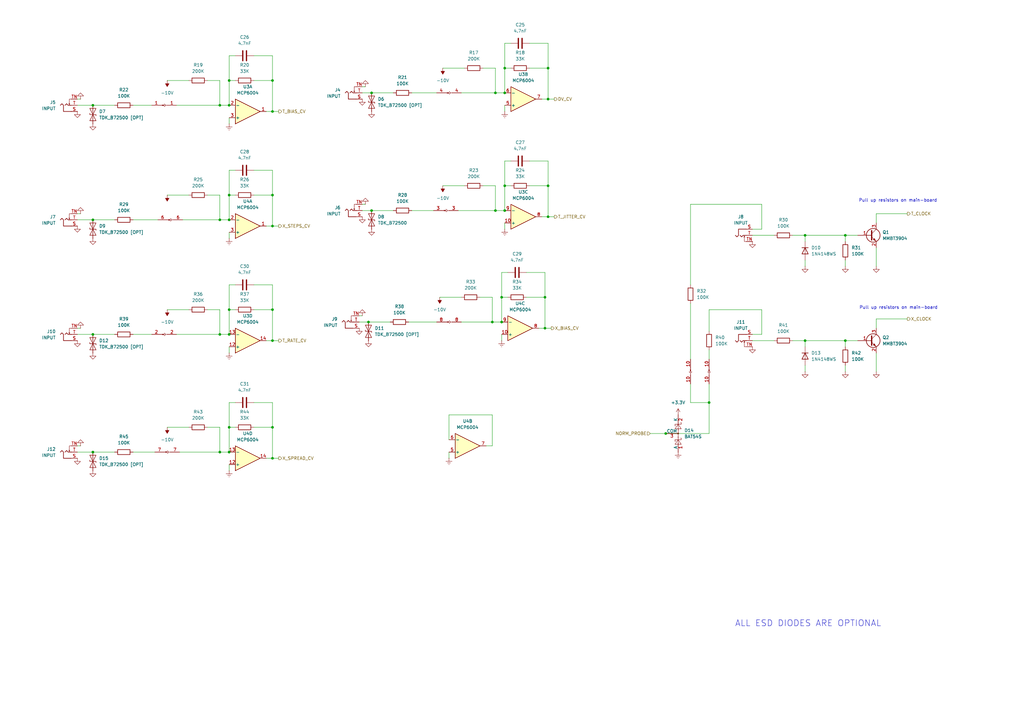
<source format=kicad_sch>
(kicad_sch (version 20250114) (generator "eeschema") (generator_version "9.0")
  (paper "A3")
  (text "ALL ESD DIODES ARE OPTIONAL" (at 331.47 255.778 0) (effects (font (size 2.54 2.54))))
  (text "Pull up resistors on main-board" (at 368.3 82.296 0) (effects (font (size 1.27 1.27))))
  (text "Pull up resistors on main-board" (at 368.554 126.238 0) (effects (font (size 1.27 1.27))))
  (junction (at 111.76 175.26))
  (junction (at 93.98 137.16))
  (junction (at 346.71 96.52))
  (junction (at 151.13 132.08))
  (junction (at 273.05 177.8))
  (junction (at 93.98 33.02))
  (junction (at 90.17 137.16))
  (junction (at 224.79 27.94))
  (junction (at 93.98 127))
  (junction (at 203.2 38.1))
  (junction (at 38.1 185.42))
  (junction (at 93.98 90.17))
  (junction (at 90.17 185.42))
  (junction (at 224.79 40.64))
  (junction (at 93.98 175.26))
  (junction (at 111.76 92.71))
  (junction (at 93.98 43.18))
  (junction (at 330.2 139.7))
  (junction (at 224.79 76.2))
  (junction (at 93.98 80.01))
  (junction (at 207.01 38.1))
  (junction (at 330.2 96.52))
  (junction (at 201.93 132.08))
  (junction (at 205.74 132.08))
  (junction (at 111.76 127))
  (junction (at 207.01 76.2))
  (junction (at 205.74 121.92))
  (junction (at 111.76 139.7))
  (junction (at 111.76 80.01))
  (junction (at 93.98 185.42))
  (junction (at 38.1 43.18))
  (junction (at 152.4 38.1))
  (junction (at 38.1 137.16))
  (junction (at 224.79 88.9))
  (junction (at 152.4 86.36))
  (junction (at 223.52 134.62))
  (junction (at 38.1 90.17))
  (junction (at 111.76 187.96))
  (junction (at 90.17 90.17))
  (junction (at 207.01 86.36))
  (junction (at 111.76 45.72))
  (junction (at 90.17 43.18))
  (junction (at 223.52 121.92))
  (junction (at 203.2 86.36))
  (junction (at 111.76 33.02))
  (junction (at 207.01 27.94))
  (junction (at 346.71 139.7))
  (junction (at 290.83 165.1))
  (wire (pts (xy 111.76 187.96) (xy 109.22 187.96)))
  (wire (pts (xy 31.75 185.42) (xy 38.1 185.42)))
  (wire (pts (xy 90.17 175.26) (xy 90.17 185.42)))
  (wire (pts (xy 93.98 33.02) (xy 93.98 43.18)))
  (wire (pts (xy 290.83 135.89) (xy 290.83 127)))
  (wire (pts (xy 181.61 27.94) (xy 190.5 27.94)))
  (wire (pts (xy 33.02 87.63) (xy 31.75 87.63)))
  (wire (pts (xy 283.21 124.46) (xy 283.21 147.32)))
  (wire (pts (xy 161.29 86.36) (xy 152.4 86.36)))
  (wire (pts (xy 104.14 22.86) (xy 111.76 22.86)))
  (wire (pts (xy 184.15 170.18) (xy 201.93 170.18)))
  (wire (pts (xy 207.01 17.78) (xy 207.01 27.94)))
  (wire (pts (xy 209.55 27.94) (xy 207.01 27.94)))
  (wire (pts (xy 96.52 22.86) (xy 93.98 22.86)))
  (wire (pts (xy 359.41 101.6) (xy 359.41 109.22)))
  (wire (pts (xy 111.76 127) (xy 111.76 139.7)))
  (wire (pts (xy 359.41 130.81) (xy 359.41 134.62)))
  (wire (pts (xy 359.41 87.63) (xy 359.41 91.44)))
  (wire (pts (xy 85.09 80.01) (xy 90.17 80.01)))
  (wire (pts (xy 161.29 38.1) (xy 152.4 38.1)))
  (wire (pts (xy 90.17 127) (xy 90.17 137.16)))
  (wire (pts (xy 147.32 132.08) (xy 151.13 132.08)))
  (wire (pts (xy 209.55 66.04) (xy 207.01 66.04)))
  (wire (pts (xy 68.58 127) (xy 77.47 127)))
  (wire (pts (xy 93.98 142.24) (xy 93.98 144.78)))
  (wire (pts (xy 96.52 69.85) (xy 93.98 69.85)))
  (wire (pts (xy 111.76 45.72) (xy 109.22 45.72)))
  (wire (pts (xy 181.61 76.2) (xy 190.5 76.2)))
  (wire (pts (xy 111.76 33.02) (xy 111.76 45.72)))
  (wire (pts (xy 93.98 97.79) (xy 93.98 95.25)))
  (wire (pts (xy 217.17 66.04) (xy 224.79 66.04)))
  (wire (pts (xy 179.07 38.1) (xy 168.91 38.1)))
  (wire (pts (xy 62.23 137.16) (xy 54.61 137.16)))
  (wire (pts (xy 203.2 27.94) (xy 203.2 38.1)))
  (wire (pts (xy 346.71 96.52) (xy 346.71 99.06)))
  (wire (pts (xy 201.93 170.18) (xy 201.93 182.88)))
  (wire (pts (xy 93.98 193.04) (xy 93.98 190.5)))
  (wire (pts (xy 96.52 165.1) (xy 93.98 165.1)))
  (wire (pts (xy 346.71 139.7) (xy 346.71 142.24)))
  (wire (pts (xy 312.42 93.98) (xy 308.61 93.98)))
  (wire (pts (xy 207.01 38.1) (xy 203.2 38.1)))
  (wire (pts (xy 209.55 76.2) (xy 207.01 76.2)))
  (wire (pts (xy 372.11 130.81) (xy 359.41 130.81)))
  (wire (pts (xy 160.02 132.08) (xy 151.13 132.08)))
  (wire (pts (xy 224.79 17.78) (xy 224.79 27.94)))
  (wire (pts (xy 207.01 86.36) (xy 203.2 86.36)))
  (wire (pts (xy 205.74 111.76) (xy 205.74 121.92)))
  (wire (pts (xy 46.99 90.17) (xy 38.1 90.17)))
  (wire (pts (xy 149.86 83.82) (xy 148.59 83.82)))
  (wire (pts (xy 224.79 40.64) (xy 222.25 40.64)))
  (wire (pts (xy 290.83 177.8) (xy 273.05 177.8)))
  (wire (pts (xy 312.42 83.82) (xy 312.42 93.98)))
  (wire (pts (xy 359.41 144.78) (xy 359.41 152.4)))
  (wire (pts (xy 184.15 187.96) (xy 184.15 185.42)))
  (wire (pts (xy 198.12 27.94) (xy 203.2 27.94)))
  (wire (pts (xy 207.01 27.94) (xy 207.01 38.1)))
  (wire (pts (xy 217.17 27.94) (xy 224.79 27.94)))
  (wire (pts (xy 93.98 90.17) (xy 90.17 90.17)))
  (wire (pts (xy 93.98 175.26) (xy 93.98 185.42)))
  (wire (pts (xy 346.71 96.52) (xy 330.2 96.52)))
  (wire (pts (xy 93.98 116.84) (xy 93.98 127)))
  (wire (pts (xy 64.77 90.17) (xy 54.61 90.17)))
  (wire (pts (xy 317.5 96.52) (xy 308.61 96.52)))
  (wire (pts (xy 149.86 35.56) (xy 148.59 35.56)))
  (wire (pts (xy 85.09 33.02) (xy 90.17 33.02)))
  (wire (pts (xy 224.79 27.94) (xy 224.79 40.64)))
  (wire (pts (xy 223.52 134.62) (xy 220.98 134.62)))
  (wire (pts (xy 330.2 139.7) (xy 325.12 139.7)))
  (wire (pts (xy 330.2 139.7) (xy 330.2 142.24)))
  (wire (pts (xy 148.59 129.54) (xy 147.32 129.54)))
  (wire (pts (xy 207.01 66.04) (xy 207.01 76.2)))
  (wire (pts (xy 180.34 121.92) (xy 189.23 121.92)))
  (wire (pts (xy 283.21 165.1) (xy 290.83 165.1)))
  (wire (pts (xy 330.2 96.52) (xy 325.12 96.52)))
  (wire (pts (xy 93.98 137.16) (xy 90.17 137.16)))
  (wire (pts (xy 346.71 152.4) (xy 346.71 149.86)))
  (wire (pts (xy 177.8 86.36) (xy 168.91 86.36)))
  (wire (pts (xy 46.99 137.16) (xy 38.1 137.16)))
  (wire (pts (xy 104.14 165.1) (xy 111.76 165.1)))
  (wire (pts (xy 290.83 165.1) (xy 290.83 177.8)))
  (wire (pts (xy 330.2 109.22) (xy 330.2 106.68)))
  (wire (pts (xy 196.85 121.92) (xy 201.93 121.92)))
  (wire (pts (xy 111.76 92.71) (xy 109.22 92.71)))
  (wire (pts (xy 201.93 132.08) (xy 189.23 132.08)))
  (wire (pts (xy 201.93 182.88) (xy 199.39 182.88)))
  (wire (pts (xy 283.21 157.48) (xy 283.21 165.1)))
  (wire (pts (xy 104.14 69.85) (xy 111.76 69.85)))
  (wire (pts (xy 223.52 121.92) (xy 223.52 134.62)))
  (wire (pts (xy 290.83 127) (xy 312.42 127)))
  (wire (pts (xy 283.21 83.82) (xy 312.42 83.82)))
  (wire (pts (xy 93.98 22.86) (xy 93.98 33.02)))
  (wire (pts (xy 104.14 116.84) (xy 111.76 116.84)))
  (wire (pts (xy 68.58 175.26) (xy 77.47 175.26)))
  (wire (pts (xy 205.74 121.92) (xy 205.74 132.08)))
  (wire (pts (xy 90.17 137.16) (xy 72.39 137.16)))
  (wire (pts (xy 266.7 177.8) (xy 273.05 177.8)))
  (wire (pts (xy 283.21 116.84) (xy 283.21 83.82)))
  (wire (pts (xy 372.11 87.63) (xy 359.41 87.63)))
  (wire (pts (xy 205.74 139.7) (xy 205.74 137.16)))
  (wire (pts (xy 104.14 127) (xy 111.76 127)))
  (wire (pts (xy 33.02 182.88) (xy 31.75 182.88)))
  (wire (pts (xy 93.98 127) (xy 93.98 137.16)))
  (wire (pts (xy 111.76 22.86) (xy 111.76 33.02)))
  (wire (pts (xy 217.17 76.2) (xy 224.79 76.2)))
  (wire (pts (xy 111.76 187.96) (xy 114.3 187.96)))
  (wire (pts (xy 111.76 69.85) (xy 111.76 80.01)))
  (wire (pts (xy 93.98 43.18) (xy 90.17 43.18)))
  (wire (pts (xy 317.5 139.7) (xy 308.61 139.7)))
  (wire (pts (xy 54.61 43.18) (xy 62.23 43.18)))
  (wire (pts (xy 93.98 80.01) (xy 93.98 90.17)))
  (wire (pts (xy 184.15 170.18) (xy 184.15 180.34)))
  (wire (pts (xy 111.76 80.01) (xy 111.76 92.71)))
  (wire (pts (xy 93.98 165.1) (xy 93.98 175.26)))
  (wire (pts (xy 33.02 134.62) (xy 31.75 134.62)))
  (wire (pts (xy 208.28 121.92) (xy 205.74 121.92)))
  (wire (pts (xy 85.09 175.26) (xy 90.17 175.26)))
  (wire (pts (xy 96.52 175.26) (xy 93.98 175.26)))
  (wire (pts (xy 351.79 139.7) (xy 346.71 139.7)))
  (wire (pts (xy 111.76 139.7) (xy 109.22 139.7)))
  (wire (pts (xy 203.2 76.2) (xy 203.2 86.36)))
  (wire (pts (xy 312.42 137.16) (xy 308.61 137.16)))
  (wire (pts (xy 208.28 111.76) (xy 205.74 111.76)))
  (wire (pts (xy 104.14 33.02) (xy 111.76 33.02)))
  (wire (pts (xy 330.2 152.4) (xy 330.2 149.86)))
  (wire (pts (xy 54.61 185.42) (xy 63.5 185.42)))
  (wire (pts (xy 198.12 76.2) (xy 203.2 76.2)))
  (wire (pts (xy 179.07 132.08) (xy 167.64 132.08)))
  (wire (pts (xy 351.79 96.52) (xy 346.71 96.52)))
  (wire (pts (xy 224.79 88.9) (xy 227.33 88.9)))
  (wire (pts (xy 111.76 165.1) (xy 111.76 175.26)))
  (wire (pts (xy 224.79 76.2) (xy 224.79 88.9)))
  (wire (pts (xy 90.17 80.01) (xy 90.17 90.17)))
  (wire (pts (xy 31.75 43.18) (xy 38.1 43.18)))
  (wire (pts (xy 90.17 90.17) (xy 74.93 90.17)))
  (wire (pts (xy 203.2 38.1) (xy 189.23 38.1)))
  (wire (pts (xy 73.66 185.42) (xy 90.17 185.42)))
  (wire (pts (xy 205.74 132.08) (xy 201.93 132.08)))
  (wire (pts (xy 93.98 69.85) (xy 93.98 80.01)))
  (wire (pts (xy 346.71 109.22) (xy 346.71 106.68)))
  (wire (pts (xy 31.75 137.16) (xy 38.1 137.16)))
  (wire (pts (xy 104.14 175.26) (xy 111.76 175.26)))
  (wire (pts (xy 96.52 80.01) (xy 93.98 80.01)))
  (wire (pts (xy 72.39 43.18) (xy 90.17 43.18)))
  (wire (pts (xy 346.71 139.7) (xy 330.2 139.7)))
  (wire (pts (xy 93.98 185.42) (xy 90.17 185.42)))
  (wire (pts (xy 93.98 50.8) (xy 93.98 48.26)))
  (wire (pts (xy 96.52 127) (xy 93.98 127)))
  (wire (pts (xy 290.83 143.51) (xy 290.83 147.32)))
  (wire (pts (xy 207.01 76.2) (xy 207.01 86.36)))
  (wire (pts (xy 96.52 33.02) (xy 93.98 33.02)))
  (wire (pts (xy 111.76 92.71) (xy 114.3 92.71)))
  (wire (pts (xy 148.59 86.36) (xy 152.4 86.36)))
  (wire (pts (xy 217.17 17.78) (xy 224.79 17.78)))
  (wire (pts (xy 68.58 33.02) (xy 77.47 33.02)))
  (wire (pts (xy 111.76 45.72) (xy 114.3 45.72)))
  (wire (pts (xy 223.52 134.62) (xy 226.06 134.62)))
  (wire (pts (xy 85.09 127) (xy 90.17 127)))
  (wire (pts (xy 96.52 116.84) (xy 93.98 116.84)))
  (wire (pts (xy 215.9 111.76) (xy 223.52 111.76)))
  (wire (pts (xy 215.9 121.92) (xy 223.52 121.92)))
  (wire (pts (xy 46.99 43.18) (xy 38.1 43.18)))
  (wire (pts (xy 209.55 17.78) (xy 207.01 17.78)))
  (wire (pts (xy 290.83 157.48) (xy 290.83 165.1)))
  (wire (pts (xy 207.01 45.72) (xy 207.01 43.18)))
  (wire (pts (xy 201.93 121.92) (xy 201.93 132.08)))
  (wire (pts (xy 224.79 66.04) (xy 224.79 76.2)))
  (wire (pts (xy 223.52 111.76) (xy 223.52 121.92)))
  (wire (pts (xy 224.79 40.64) (xy 227.33 40.64)))
  (wire (pts (xy 104.14 80.01) (xy 111.76 80.01)))
  (wire (pts (xy 224.79 88.9) (xy 222.25 88.9)))
  (wire (pts (xy 203.2 86.36) (xy 187.96 86.36)))
  (wire (pts (xy 68.58 80.01) (xy 77.47 80.01)))
  (wire (pts (xy 111.76 139.7) (xy 114.3 139.7)))
  (wire (pts (xy 207.01 93.98) (xy 207.01 91.44)))
  (wire (pts (xy 111.76 175.26) (xy 111.76 187.96)))
  (wire (pts (xy 90.17 33.02) (xy 90.17 43.18)))
  (wire (pts (xy 148.59 38.1) (xy 152.4 38.1)))
  (wire (pts (xy 312.42 127) (xy 312.42 137.16)))
  (wire (pts (xy 33.02 40.64) (xy 31.75 40.64)))
  (wire (pts (xy 31.75 90.17) (xy 38.1 90.17)))
  (wire (pts (xy 111.76 116.84) (xy 111.76 127)))
  (wire (pts (xy 330.2 96.52) (xy 330.2 99.06)))
  (wire (pts (xy 46.99 185.42) (xy 38.1 185.42)))
  (hierarchical_label "X_CLOCK" (shape output) (at 372.11 130.81 0))
  (hierarchical_label "X_STEPS_CV" (shape output) (at 114.3 92.71 0))
  (hierarchical_label "X_BIAS_CV" (shape output) (at 226.06 134.62 0))
  (hierarchical_label "T_BIAS_CV" (shape output) (at 114.3 45.72 0))
  (hierarchical_label "T_CLOCK" (shape output) (at 372.11 87.63 0))
  (hierarchical_label "T_RATE_CV" (shape output) (at 114.3 139.7 0))
  (hierarchical_label "DV_CV" (shape output) (at 227.33 40.64 0))
  (hierarchical_label "X_SPREAD_CV" (shape output) (at 114.3 187.96 0))
  (hierarchical_label "T_JITTER_CV" (shape output) (at 227.33 88.9 0))
  (hierarchical_label "NORM_PROBE" (shape input) (at 266.7 177.8 180))
  (symbol (lib_id "power:GND") (at 33.02 182.88 180) (unit 1)
    (property "Reference" "#PWR0129" (effects (hide yes)))
    (property "Value" "GND" (effects (hide yes)))
    (property "Description" "Power symbol creates a global label with name \"GND\" , ground" (effects (hide yes)))
  )
  (symbol (lib_id "power:GND") (at 330.2 109.22 0) (unit 1)
    (property "Reference" "#PWR0104" (effects (hide yes)))
    (property "Value" "GND" (effects (hide yes)))
    (property "Description" "Power symbol creates a global label with name \"GND\" , ground" (effects (hide yes)))
  )
  (symbol (lib_id "power:-10V") (at 180.34 121.92 180) (unit 1)
    (property "Reference" "#PWR0106" (effects (hide yes)))
    (property "Value" "-10V" (at 180.34 127 0))
    (property "Description" "Power symbol creates a global label with name \"-10V\"" (effects (hide yes)))
  )
  (symbol (lib_id "synth:Conn_01x08_Pin") (at 69.85 90.17 180) (unit 6)
    (property "Reference" "XP6" (effects (hide yes)))
    (property "Value" "Conn_01x08_Pin" (effects (hide yes)))
    (property "Footprint" "Connector_PinHeader_2.54mm:PinHeader_1x08_P2.54mm_Vertical" (effects (hide yes)))
    (property "Description" "Generic connector, single row, 01x08" (effects (hide yes)))
  )
  (symbol (lib_id "power:GNDREF") (at 93.98 97.79 0) (unit 1)
    (property "Reference" "#PWR0190" (effects (hide yes)))
    (property "Value" "GNDREF" (effects (hide yes)))
    (property "Description" "Power symbol creates a global label with name \"GNDREF\" , reference supply ground" (effects (hide yes)))
  )
  (symbol (lib_id "synth:Conn_01x16_Pin") (at 283.21 152.4 90) (unit 10)
    (property "Reference" "XP2" (effects (hide yes)))
    (property "Value" "Conn_01x16_Pin" (effects (hide yes)))
    (property "Footprint" "Connector_PinHeader_2.54mm:PinHeader_1x16_P2.54mm_Vertical" (effects (hide yes)))
    (property "Description" "Generic connector, single row, 01x16" (effects (hide yes)))
  )
  (symbol (lib_id "Diode:ESD9B3.3ST5G") (at 151.13 135.89 270) (unit 1)
    (property "Reference" "D11" (at 153.67 134.6199 90) (effects (justify left)))
    (property "Value" "TDK_B72500 [OPT]" (at 153.67 137.1599 90) (effects (justify left)))
    (property "Footprint" "Diode_SMD:D_0603_1608Metric_Pad1.05x0.95mm_HandSolder" (effects (hide yes)))
    (property "Datasheet" "https://www.onsemi.com/pub/Collateral/ESD9B-D.PDF" (effects (hide yes)))
    (property "Description" "ESD protection diode, 3.3Vrwm, SOD-923" (effects (hide yes)))
  )
  (symbol (lib_id "Device:C") (at 212.09 111.76 270) (unit 1)
    (property "Reference" "C29" (at 212.09 104.14 90))
    (property "Value" "4.7nF" (at 212.09 106.68 90))
    (property "Footprint" "Capacitor_SMD:C_0805_2012Metric_Pad1.18x1.45mm_HandSolder" (effects (hide yes)))
    (property "Description" "Unpolarized capacitor" (effects (hide yes)))
  )
  (symbol (lib_id "Amplifier_Operational:MCP6004") (at 191.77 182.88 0) (mirror x) (unit 2)
    (property "Reference" "U4" (at 191.77 172.72 0))
    (property "Value" "MCP6004" (at 191.77 175.26 0))
    (property "Footprint" "Synth:SOIC-14" (effects (hide yes)))
    (property "Datasheet" "http://ww1.microchip.com/downloads/en/DeviceDoc/21733j.pdf" (effects (hide yes)))
    (property "Description" "1MHz, Low-Power Op Amp, DIP-14/SOIC-14/TSSOP-14" (effects (hide yes)))
  )
  (symbol (lib_id "Diode:ESD9B3.3ST5G") (at 152.4 41.91 270) (unit 1)
    (property "Reference" "D6" (at 154.94 40.6399 90) (effects (justify left)))
    (property "Value" "TDK_B72500 [OPT]" (at 154.94 43.1799 90) (effects (justify left)))
    (property "Footprint" "Diode_SMD:D_0603_1608Metric_Pad1.05x0.95mm_HandSolder" (effects (hide yes)))
    (property "Datasheet" "https://www.onsemi.com/pub/Collateral/ESD9B-D.PDF" (effects (hide yes)))
    (property "Description" "ESD protection diode, 3.3Vrwm, SOD-923" (effects (hide yes)))
  )
  (symbol (lib_id "power:GND") (at 151.13 139.7 0) (unit 1)
    (property "Reference" "#PWR0108" (effects (hide yes)))
    (property "Value" "GND" (effects (hide yes)))
    (property "Description" "Power symbol creates a global label with name \"GND\" , ground" (effects (hide yes)))
  )
  (symbol (lib_id "synth:Conn_01x08_Socket") (at 67.31 43.18 180) (unit 1)
    (property "Reference" "XP5" (effects (hide yes)))
    (property "Value" "Conn_01x08_Socket" (effects (hide yes)))
    (property "Footprint" "Connector_PinSocket_2.54mm:PinSocket_1x08_P2.54mm_Vertical" (effects (hide yes)))
    (property "Description" "Generic connector, single row, 01x08" (effects (hide yes)))
  )
  (symbol (lib_id "Diode:ESD9B3.3ST5G") (at 38.1 140.97 270) (unit 1)
    (property "Reference" "D12" (at 40.64 139.6999 90) (effects (justify left)))
    (property "Value" "TDK_B72500 [OPT]" (at 40.64 142.2399 90) (effects (justify left)))
    (property "Footprint" "Diode_SMD:D_0603_1608Metric_Pad1.05x0.95mm_HandSolder" (effects (hide yes)))
    (property "Datasheet" "https://www.onsemi.com/pub/Collateral/ESD9B-D.PDF" (effects (hide yes)))
    (property "Description" "ESD protection diode, 3.3Vrwm, SOD-923" (effects (hide yes)))
  )
  (symbol (lib_id "power:GND") (at 346.71 109.22 0) (unit 1)
    (property "Reference" "#PWR0103" (effects (hide yes)))
    (property "Value" "GND" (effects (hide yes)))
    (property "Description" "Power symbol creates a global label with name \"GND\" , ground" (effects (hide yes)))
  )
  (symbol (lib_id "Transistor_BJT:MMBT3904") (at 356.87 96.52 0) (unit 1)
    (property "Reference" "Q1" (at 361.95 95.2499 0) (effects (justify left)))
    (property "Value" "MMBT3904" (at 361.95 97.7899 0) (effects (justify left)))
    (property "Footprint" "Package_TO_SOT_SMD:SOT-23_Handsoldering" (effects (hide yes)))
    (property "Datasheet" "https://www.onsemi.com/pdf/datasheet/pzt3904-d.pdf" (effects (hide yes)))
    (property "Description" "0.2A Ic, 40V Vce, Small Signal NPN Transistor, SOT-23" (effects (hide yes)))
  )
  (symbol (lib_id "Device:R") (at 346.71 102.87 180) (unit 1)
    (property "Reference" "R31" (at 349.25 101.5999 0) (effects (justify right)))
    (property "Value" "100K" (at 349.25 104.1399 0) (effects (justify right)))
    (property "Footprint" "Resistor_SMD:R_0805_2012Metric_Pad1.20x1.40mm_HandSolder" (effects (hide yes)))
    (property "Description" "Resistor" (effects (hide yes)))
  )
  (symbol (lib_id "power:-10V") (at 68.58 175.26 180) (unit 1)
    (property "Reference" "#PWR0121" (effects (hide yes)))
    (property "Value" "-10V" (at 68.58 180.34 0))
    (property "Description" "Power symbol creates a global label with name \"-10V\"" (effects (hide yes)))
  )
  (symbol (lib_id "synth:AudioJack_Mono_3.5mm") (at 303.53 139.7 0) (unit 1)
    (property "Reference" "J11" (at 303.8475 132.08 0))
    (property "Value" "INPUT" (at 303.8475 134.62 0))
    (property "Footprint" "Synth:Jack_3.5mm_QingPu_WQP-PJ398SM_Vertical_CircularHoles" (effects (hide yes)))
    (property "Description" "Audio Jack, 2 Poles (Mono / TS), Switched T Pole (Normalling)" (effects (hide yes)))
  )
  (symbol (lib_id "Device:R") (at 81.28 175.26 270) (unit 1)
    (property "Reference" "R43" (at 81.28 168.91 90))
    (property "Value" "200K" (at 81.28 171.45 90))
    (property "Footprint" "Resistor_SMD:R_0805_2012Metric_Pad1.20x1.40mm_HandSolder" (effects (hide yes)))
    (property "Description" "Resistor" (effects (hide yes)))
  )
  (symbol (lib_id "synth:Conn_01x08_Socket") (at 67.31 137.16 180) (unit 2)
    (property "Reference" "XP5" (effects (hide yes)))
    (property "Value" "Conn_01x08_Socket" (effects (hide yes)))
    (property "Footprint" "Connector_PinSocket_2.54mm:PinSocket_1x08_P2.54mm_Vertical" (effects (hide yes)))
    (property "Description" "Generic connector, single row, 01x08" (effects (hide yes)))
  )
  (symbol (lib_id "Device:R") (at 100.33 80.01 270) (unit 1)
    (property "Reference" "R26" (at 100.33 73.66 90))
    (property "Value" "33K" (at 100.33 76.2 90))
    (property "Footprint" "Resistor_SMD:R_0805_2012Metric_Pad1.20x1.40mm_HandSolder" (effects (hide yes)))
    (property "Description" "Resistor" (effects (hide yes)))
  )
  (symbol (lib_id "power:GNDREF") (at 93.98 144.78 0) (unit 1)
    (property "Reference" "#PWR0116" (effects (hide yes)))
    (property "Value" "GNDREF" (effects (hide yes)))
    (property "Description" "Power symbol creates a global label with name \"GNDREF\" , reference supply ground" (effects (hide yes)))
  )
  (symbol (lib_id "Device:R") (at 193.04 121.92 270) (unit 1)
    (property "Reference" "R33" (at 193.04 115.57 90))
    (property "Value" "200K" (at 193.04 118.11 90))
    (property "Footprint" "Resistor_SMD:R_0805_2012Metric_Pad1.20x1.40mm_HandSolder" (effects (hide yes)))
    (property "Description" "Resistor" (effects (hide yes)))
  )
  (symbol (lib_id "Diode:1N4148WS") (at 330.2 146.05 270) (unit 1)
    (property "Reference" "D13" (at 332.74 144.7799 90) (effects (justify left)))
    (property "Value" "1N4148WS" (at 332.74 147.3199 90) (effects (justify left)))
    (property "Footprint" "Diode_SMD:D_SOD-323_HandSoldering" (effects (hide yes)))
    (property "Datasheet" "https://www.vishay.com/docs/85751/1n4148ws.pdf" (effects (hide yes)))
    (property "Description" "75V 0.15A Fast switching Diode, SOD-323" (effects (hide yes)))
    (property "Sim.Device" "D" (effects (hide yes)))
    (property "Sim.Pins" "1=K 2=A" (effects (hide yes)))
  )
  (symbol (lib_id "Amplifier_Operational:MCP6004") (at 213.36 134.62 0) (mirror x) (unit 3)
    (property "Reference" "U4" (at 213.36 124.46 0))
    (property "Value" "MCP6004" (at 213.36 127 0))
    (property "Footprint" "Synth:SOIC-14" (effects (hide yes)))
    (property "Datasheet" "http://ww1.microchip.com/downloads/en/DeviceDoc/21733j.pdf" (effects (hide yes)))
    (property "Description" "1MHz, Low-Power Op Amp, DIP-14/SOIC-14/TSSOP-14" (effects (hide yes)))
  )
  (symbol (lib_id "synth:AudioJack_Mono_3.5mm") (at 26.67 43.18 0) (mirror x) (unit 1)
    (property "Reference" "J5" (at 22.86 41.9734 0) (effects (justify right)))
    (property "Value" "INPUT" (at 22.86 44.5134 0) (effects (justify right)))
    (property "Footprint" "Synth:Jack_3.5mm_QingPu_WQP-PJ398SM_Vertical_CircularHoles" (effects (hide yes)))
    (property "Description" "Audio Jack, 2 Poles (Mono / TS), Switched T Pole (Normalling)" (effects (hide yes)))
  )
  (symbol (lib_id "Amplifier_Operational:MCP6004") (at 101.6 92.71 0) (mirror x) (unit 1)
    (property "Reference" "U4" (at 101.6 82.55 0))
    (property "Value" "MCP6004" (at 101.6 85.09 0))
    (property "Footprint" "Synth:SOIC-14" (effects (hide yes)))
    (property "Datasheet" "http://ww1.microchip.com/downloads/en/DeviceDoc/21733j.pdf" (effects (hide yes)))
    (property "Description" "1MHz, Low-Power Op Amp, DIP-14/SOIC-14/TSSOP-14" (effects (hide yes)))
  )
  (symbol (lib_id "Device:R") (at 194.31 27.94 270) (unit 1)
    (property "Reference" "R17" (at 194.31 21.59 90))
    (property "Value" "200K" (at 194.31 24.13 90))
    (property "Footprint" "Resistor_SMD:R_0805_2012Metric_Pad1.20x1.40mm_HandSolder" (effects (hide yes)))
    (property "Description" "Resistor" (effects (hide yes)))
  )
  (symbol (lib_id "power:GND") (at 359.41 109.22 0) (unit 1)
    (property "Reference" "#PWR0102" (effects (hide yes)))
    (property "Value" "GND" (effects (hide yes)))
    (property "Description" "Power symbol creates a global label with name \"GND\" , ground" (effects (hide yes)))
  )
  (symbol (lib_id "Device:C") (at 100.33 69.85 270) (unit 1)
    (property "Reference" "C28" (at 100.33 62.23 90))
    (property "Value" "4.7nF" (at 100.33 64.77 90))
    (property "Footprint" "Capacitor_SMD:C_0805_2012Metric_Pad1.18x1.45mm_HandSolder" (effects (hide yes)))
    (property "Description" "Unpolarized capacitor" (effects (hide yes)))
  )
  (symbol (lib_id "power:GND") (at 38.1 50.8 0) (unit 1)
    (property "Reference" "#PWR0194" (effects (hide yes)))
    (property "Value" "GND" (effects (hide yes)))
    (property "Description" "Power symbol creates a global label with name \"GND\" , ground" (effects (hide yes)))
  )
  (symbol (lib_id "power:-10V") (at 68.58 33.02 180) (unit 1)
    (property "Reference" "#PWR081" (effects (hide yes)))
    (property "Value" "-10V" (at 68.58 38.1 0))
    (property "Description" "Power symbol creates a global label with name \"-10V\"" (effects (hide yes)))
  )
  (symbol (lib_id "power:GND") (at 149.86 83.82 180) (unit 1)
    (property "Reference" "#PWR093" (effects (hide yes)))
    (property "Value" "GND" (effects (hide yes)))
    (property "Description" "Power symbol creates a global label with name \"GND\" , ground" (effects (hide yes)))
  )
  (symbol (lib_id "synth:AudioJack_Mono_3.5mm") (at 142.24 132.08 0) (mirror x) (unit 1)
    (property "Reference" "J9" (at 138.43 130.8734 0) (effects (justify right)))
    (property "Value" "INPUT" (at 138.43 133.4134 0) (effects (justify right)))
    (property "Footprint" "Synth:Jack_3.5mm_QingPu_WQP-PJ398SM_Vertical_CircularHoles" (effects (hide yes)))
    (property "Description" "Audio Jack, 2 Poles (Mono / TS), Switched T Pole (Normalling)" (effects (hide yes)))
  )
  (symbol (lib_id "power:GND") (at 31.75 92.71 0) (unit 1)
    (property "Reference" "#PWR096" (effects (hide yes)))
    (property "Value" "GND" (effects (hide yes)))
    (property "Description" "Power symbol creates a global label with name \"GND\" , ground" (effects (hide yes)))
  )
  (symbol (lib_id "power:+3.3V") (at 278.13 170.18 0) (unit 1)
    (property "Reference" "#PWR0120" (effects (hide yes)))
    (property "Value" "+3.3V" (at 278.13 165.1 0))
    (property "Description" "Power symbol creates a global label with name \"+3.3V\"" (effects (hide yes)))
  )
  (symbol (lib_id "Diode:ESD9B3.3ST5G") (at 38.1 93.98 270) (unit 1)
    (property "Reference" "D9" (at 40.64 92.7099 90) (effects (justify left)))
    (property "Value" "TDK_B72500 [OPT]" (at 40.64 95.2499 90) (effects (justify left)))
    (property "Footprint" "Diode_SMD:D_0603_1608Metric_Pad1.05x0.95mm_HandSolder" (effects (hide yes)))
    (property "Datasheet" "https://www.onsemi.com/pub/Collateral/ESD9B-D.PDF" (effects (hide yes)))
    (property "Description" "ESD protection diode, 3.3Vrwm, SOD-923" (effects (hide yes)))
  )
  (symbol (lib_id "synth:Conn_01x08_Pin") (at 68.58 185.42 180) (unit 7)
    (property "Reference" "XP6" (effects (hide yes)))
    (property "Value" "Conn_01x08_Pin" (effects (hide yes)))
    (property "Footprint" "Connector_PinHeader_2.54mm:PinHeader_1x08_P2.54mm_Vertical" (effects (hide yes)))
    (property "Description" "Generic connector, single row, 01x08" (effects (hide yes)))
  )
  (symbol (lib_id "Device:R") (at 321.31 139.7 90) (unit 1)
    (property "Reference" "R41" (at 321.31 133.35 90))
    (property "Value" "100K" (at 321.31 135.89 90))
    (property "Footprint" "Resistor_SMD:R_0805_2012Metric_Pad1.20x1.40mm_HandSolder" (effects (hide yes)))
    (property "Description" "Resistor" (effects (hide yes)))
  )
  (symbol (lib_id "Transistor_BJT:MMBT3904") (at 356.87 139.7 0) (unit 1)
    (property "Reference" "Q2" (at 361.95 138.4299 0) (effects (justify left)))
    (property "Value" "MMBT3904" (at 361.95 140.9699 0) (effects (justify left)))
    (property "Footprint" "Package_TO_SOT_SMD:SOT-23_Handsoldering" (effects (hide yes)))
    (property "Datasheet" "https://www.onsemi.com/pdf/datasheet/pzt3904-d.pdf" (effects (hide yes)))
    (property "Description" "0.2A Ic, 40V Vce, Small Signal NPN Transistor, SOT-23" (effects (hide yes)))
  )
  (symbol (lib_id "Device:R") (at 100.33 175.26 270) (unit 1)
    (property "Reference" "R44" (at 100.33 168.91 90))
    (property "Value" "33K" (at 100.33 171.45 90))
    (property "Footprint" "Resistor_SMD:R_0805_2012Metric_Pad1.20x1.40mm_HandSolder" (effects (hide yes)))
    (property "Description" "Resistor" (effects (hide yes)))
  )
  (symbol (lib_id "Device:R") (at 165.1 86.36 270) (unit 1)
    (property "Reference" "R28" (at 165.1 80.01 90))
    (property "Value" "100K" (at 165.1 82.55 90))
    (property "Footprint" "Resistor_SMD:R_0805_2012Metric_Pad1.20x1.40mm_HandSolder" (effects (hide yes)))
    (property "Description" "Resistor" (effects (hide yes)))
  )
  (symbol (lib_id "power:GND") (at 330.2 152.4 0) (unit 1)
    (property "Reference" "#PWR0117" (effects (hide yes)))
    (property "Value" "GND" (effects (hide yes)))
    (property "Description" "Power symbol creates a global label with name \"GND\" , ground" (effects (hide yes)))
  )
  (symbol (lib_id "power:GND") (at 148.59 40.64 0) (unit 1)
    (property "Reference" "#PWR0110" (effects (hide yes)))
    (property "Value" "GND" (effects (hide yes)))
    (property "Description" "Power symbol creates a global label with name \"GND\" , ground" (effects (hide yes)))
  )
  (symbol (lib_id "power:GND") (at 148.59 129.54 180) (unit 1)
    (property "Reference" "#PWR097" (effects (hide yes)))
    (property "Value" "GND" (effects (hide yes)))
    (property "Description" "Power symbol creates a global label with name \"GND\" , ground" (effects (hide yes)))
  )
  (symbol (lib_id "Diode:ESD9B3.3ST5G") (at 38.1 46.99 270) (unit 1)
    (property "Reference" "D7" (at 40.64 45.7199 90) (effects (justify left)))
    (property "Value" "TDK_B72500 [OPT]" (at 40.64 48.2599 90) (effects (justify left)))
    (property "Footprint" "Diode_SMD:D_0603_1608Metric_Pad1.05x0.95mm_HandSolder" (effects (hide yes)))
    (property "Datasheet" "https://www.onsemi.com/pub/Collateral/ESD9B-D.PDF" (effects (hide yes)))
    (property "Description" "ESD protection diode, 3.3Vrwm, SOD-923" (effects (hide yes)))
  )
  (symbol (lib_id "power:-10V") (at 68.58 127 180) (unit 1)
    (property "Reference" "#PWR0107" (effects (hide yes)))
    (property "Value" "-10V" (at 68.58 132.08 0))
    (property "Description" "Power symbol creates a global label with name \"-10V\"" (effects (hide yes)))
  )
  (symbol (lib_id "power:GND") (at 38.1 97.79 0) (unit 1)
    (property "Reference" "#PWR099" (effects (hide yes)))
    (property "Value" "GND" (effects (hide yes)))
    (property "Description" "Power symbol creates a global label with name \"GND\" , ground" (effects (hide yes)))
  )
  (symbol (lib_id "synth:Conn_01x08_Socket") (at 69.85 90.17 180) (unit 6)
    (property "Reference" "XP5" (effects (hide yes)))
    (property "Value" "Conn_01x08_Socket" (effects (hide yes)))
    (property "Footprint" "Connector_PinSocket_2.54mm:PinSocket_1x08_P2.54mm_Vertical" (effects (hide yes)))
    (property "Description" "Generic connector, single row, 01x08" (effects (hide yes)))
  )
  (symbol (lib_id "Device:R") (at 321.31 96.52 90) (unit 1)
    (property "Reference" "R30" (at 321.31 90.17 90))
    (property "Value" "100K" (at 321.31 92.71 90))
    (property "Footprint" "Resistor_SMD:R_0805_2012Metric_Pad1.20x1.40mm_HandSolder" (effects (hide yes)))
    (property "Description" "Resistor" (effects (hide yes)))
  )
  (symbol (lib_id "Diode:1N4148WS") (at 330.2 102.87 270) (unit 1)
    (property "Reference" "D10" (at 332.74 101.5999 90) (effects (justify left)))
    (property "Value" "1N4148WS" (at 332.74 104.1399 90) (effects (justify left)))
    (property "Footprint" "Diode_SMD:D_SOD-323_HandSoldering" (effects (hide yes)))
    (property "Datasheet" "https://www.vishay.com/docs/85751/1n4148ws.pdf" (effects (hide yes)))
    (property "Description" "75V 0.15A Fast switching Diode, SOD-323" (effects (hide yes)))
    (property "Sim.Device" "D" (effects (hide yes)))
    (property "Sim.Pins" "1=K 2=A" (effects (hide yes)))
  )
  (symbol (lib_id "power:GNDREF") (at 207.01 93.98 0) (unit 1)
    (property "Reference" "#PWR098" (effects (hide yes)))
    (property "Value" "GNDREF" (effects (hide yes)))
    (property "Description" "Power symbol creates a global label with name \"GNDREF\" , reference supply ground" (effects (hide yes)))
  )
  (symbol (lib_id "synth:Conn_01x16_Pin") (at 290.83 152.4 90) (unit 10)
    (property "Reference" "XP4" (effects (hide yes)))
    (property "Value" "Conn_01x16_Pin" (effects (hide yes)))
    (property "Footprint" "Connector_PinHeader_2.54mm:PinHeader_1x16_P2.54mm_Vertical" (effects (hide yes)))
    (property "Description" "Generic connector, single row, 01x16" (effects (hide yes)))
  )
  (symbol (lib_id "Diode:BAT54S") (at 278.13 177.8 270) (mirror x) (unit 1)
    (property "Reference" "D14" (at 280.67 176.5299 90) (effects (justify left)))
    (property "Value" "BAT54S" (at 280.67 179.0699 90) (effects (justify left)))
    (property "Footprint" "Package_TO_SOT_SMD:SOT-23_Handsoldering" (effects (hide yes)))
    (property "Datasheet" "https://www.diodes.com/assets/Datasheets/ds11005.pdf" (effects (hide yes)))
    (property "Description" "Vr 30V, If 200mA, Dual schottky barrier diode, in series, SOT-323" (effects (hide yes)))
  )
  (symbol (lib_id "Device:R") (at 283.21 120.65 0) (unit 1)
    (property "Reference" "R32" (at 285.75 119.3799 0) (effects (justify left)))
    (property "Value" "100K" (at 285.75 121.9199 0) (effects (justify left)))
    (property "Footprint" "Resistor_SMD:R_0805_2012Metric_Pad1.20x1.40mm_HandSolder" (effects (hide yes)))
    (property "Description" "Resistor" (effects (hide yes)))
  )
  (symbol (lib_id "synth:Conn_01x08_Pin") (at 184.15 38.1 180) (unit 4)
    (property "Reference" "XP6" (effects (hide yes)))
    (property "Value" "Conn_01x08_Pin" (effects (hide yes)))
    (property "Footprint" "Connector_PinHeader_2.54mm:PinHeader_1x08_P2.54mm_Vertical" (effects (hide yes)))
    (property "Description" "Generic connector, single row, 01x08" (effects (hide yes)))
  )
  (symbol (lib_id "power:-10V") (at 181.61 27.94 180) (unit 1)
    (property "Reference" "#PWR080" (effects (hide yes)))
    (property "Value" "-10V" (at 181.61 33.02 0))
    (property "Description" "Power symbol creates a global label with name \"-10V\"" (effects (hide yes)))
  )
  (symbol (lib_id "synth:Conn_01x16_Socket") (at 283.21 152.4 90) (unit 10)
    (property "Reference" "XP1" (effects (hide yes)))
    (property "Value" "Conn_01x16_Socket" (effects (hide yes)))
    (property "Footprint" "Connector_PinSocket_2.54mm:PinSocket_1x16_P2.54mm_Vertical" (effects (hide yes)))
    (property "Description" "Generic connector, single row, 01x01" (effects (hide yes)))
  )
  (symbol (lib_id "Device:R") (at 81.28 33.02 270) (unit 1)
    (property "Reference" "R19" (at 81.28 26.67 90))
    (property "Value" "200K" (at 81.28 29.21 90))
    (property "Footprint" "Resistor_SMD:R_0805_2012Metric_Pad1.20x1.40mm_HandSolder" (effects (hide yes)))
    (property "Description" "Resistor" (effects (hide yes)))
  )
  (symbol (lib_id "power:GND") (at 31.75 187.96 0) (unit 1)
    (property "Reference" "#PWR0124" (effects (hide yes)))
    (property "Value" "GND" (effects (hide yes)))
    (property "Description" "Power symbol creates a global label with name \"GND\" , ground" (effects (hide yes)))
  )
  (symbol (lib_id "Device:R") (at 81.28 80.01 270) (unit 1)
    (property "Reference" "R25" (at 81.28 73.66 90))
    (property "Value" "200K" (at 81.28 76.2 90))
    (property "Footprint" "Resistor_SMD:R_0805_2012Metric_Pad1.20x1.40mm_HandSolder" (effects (hide yes)))
    (property "Description" "Resistor" (effects (hide yes)))
  )
  (symbol (lib_id "synth:Conn_01x08_Pin") (at 182.88 86.36 180) (unit 3)
    (property "Reference" "XP6" (effects (hide yes)))
    (property "Value" "Conn_01x08_Pin" (effects (hide yes)))
    (property "Footprint" "Connector_PinHeader_2.54mm:PinHeader_1x08_P2.54mm_Vertical" (effects (hide yes)))
    (property "Description" "Generic connector, single row, 01x08" (effects (hide yes)))
  )
  (symbol (lib_id "Device:R") (at 165.1 38.1 270) (unit 1)
    (property "Reference" "R21" (at 165.1 31.75 90))
    (property "Value" "100K" (at 165.1 34.29 90))
    (property "Footprint" "Resistor_SMD:R_0805_2012Metric_Pad1.20x1.40mm_HandSolder" (effects (hide yes)))
    (property "Description" "Resistor" (effects (hide yes)))
  )
  (symbol (lib_id "Device:C") (at 100.33 22.86 270) (unit 1)
    (property "Reference" "C26" (at 100.33 15.24 90))
    (property "Value" "4.7nF" (at 100.33 17.78 90))
    (property "Footprint" "Capacitor_SMD:C_0805_2012Metric_Pad1.18x1.45mm_HandSolder" (effects (hide yes)))
    (property "Description" "Unpolarized capacitor" (effects (hide yes)))
  )
  (symbol (lib_id "synth:AudioJack_Mono_3.5mm") (at 26.67 185.42 0) (mirror x) (unit 1)
    (property "Reference" "J12" (at 22.86 184.2134 0) (effects (justify right)))
    (property "Value" "INPUT" (at 22.86 186.7534 0) (effects (justify right)))
    (property "Footprint" "Synth:Jack_3.5mm_QingPu_WQP-PJ398SM_Vertical_CircularHoles" (effects (hide yes)))
    (property "Description" "Audio Jack, 2 Poles (Mono / TS), Switched T Pole (Normalling)" (effects (hide yes)))
  )
  (symbol (lib_id "Diode:ESD9B3.3ST5G") (at 152.4 90.17 270) (unit 1)
    (property "Reference" "D8" (at 154.94 88.8999 90) (effects (justify left)))
    (property "Value" "TDK_B72500" (at 154.94 91.4399 90) (effects (justify left)))
    (property "Footprint" "Diode_SMD:D_0603_1608Metric_Pad1.05x0.95mm_HandSolder" (effects (hide yes)))
    (property "Datasheet" "https://www.onsemi.com/pub/Collateral/ESD9B-D.PDF" (effects (hide yes)))
    (property "Description" "ESD protection diode, 3.3Vrwm, SOD-923" (effects (hide yes)))
  )
  (symbol (lib_id "power:GNDREF") (at 278.13 185.42 0) (unit 1)
    (property "Reference" "#PWR0123" (effects (hide yes)))
    (property "Value" "GNDREF" (effects (hide yes)))
    (property "Description" "Power symbol creates a global label with name \"GNDREF\" , reference supply ground" (effects (hide yes)))
  )
  (symbol (lib_id "Device:R") (at 194.31 76.2 270) (unit 1)
    (property "Reference" "R23" (at 194.31 69.85 90))
    (property "Value" "200K" (at 194.31 72.39 90))
    (property "Footprint" "Resistor_SMD:R_0805_2012Metric_Pad1.20x1.40mm_HandSolder" (effects (hide yes)))
    (property "Description" "Resistor" (effects (hide yes)))
  )
  (symbol (lib_id "power:GNDREF") (at 205.74 139.7 0) (unit 1)
    (property "Reference" "#PWR0113" (effects (hide yes)))
    (property "Value" "GNDREF" (effects (hide yes)))
    (property "Description" "Power symbol creates a global label with name \"GNDREF\" , reference supply ground" (effects (hide yes)))
  )
  (symbol (lib_id "Amplifier_Operational:MCP6004") (at 101.6 45.72 0) (mirror x) (unit 1)
    (property "Reference" "U3" (at 101.6 35.56 0))
    (property "Value" "MCP6004" (at 101.6 38.1 0))
    (property "Footprint" "Synth:SOIC-14" (effects (hide yes)))
    (property "Datasheet" "http://ww1.microchip.com/downloads/en/DeviceDoc/21733j.pdf" (effects (hide yes)))
    (property "Description" "1MHz, Low-Power Op Amp, DIP-14/SOIC-14/TSSOP-14" (effects (hide yes)))
  )
  (symbol (lib_id "synth:Conn_01x08_Pin") (at 67.31 137.16 180) (unit 2)
    (property "Reference" "XP6" (effects (hide yes)))
    (property "Value" "Conn_01x08_Pin" (effects (hide yes)))
    (property "Footprint" "Connector_PinHeader_2.54mm:PinHeader_1x08_P2.54mm_Vertical" (effects (hide yes)))
    (property "Description" "Generic connector, single row, 01x08" (effects (hide yes)))
  )
  (symbol (lib_id "Amplifier_Operational:MCP6004") (at 214.63 88.9 0) (mirror x) (unit 3)
    (property "Reference" "U3" (at 214.63 78.74 0))
    (property "Value" "MCP6004" (at 214.63 81.28 0))
    (property "Footprint" "Synth:SOIC-14" (effects (hide yes)))
    (property "Datasheet" "http://ww1.microchip.com/downloads/en/DeviceDoc/21733j.pdf" (effects (hide yes)))
    (property "Description" "1MHz, Low-Power Op Amp, DIP-14/SOIC-14/TSSOP-14" (effects (hide yes)))
  )
  (symbol (lib_id "Device:R") (at 81.28 127 270) (unit 1)
    (property "Reference" "R36" (at 81.28 120.65 90))
    (property "Value" "200K" (at 81.28 123.19 90))
    (property "Footprint" "Resistor_SMD:R_0805_2012Metric_Pad1.20x1.40mm_HandSolder" (effects (hide yes)))
    (property "Description" "Resistor" (effects (hide yes)))
  )
  (symbol (lib_id "power:GND") (at 33.02 134.62 180) (unit 1)
    (property "Reference" "#PWR0115" (effects (hide yes)))
    (property "Value" "GND" (effects (hide yes)))
    (property "Description" "Power symbol creates a global label with name \"GND\" , ground" (effects (hide yes)))
  )
  (symbol (lib_id "Device:R") (at 163.83 132.08 270) (unit 1)
    (property "Reference" "R38" (at 163.83 125.73 90))
    (property "Value" "100K" (at 163.83 128.27 90))
    (property "Footprint" "Resistor_SMD:R_0805_2012Metric_Pad1.20x1.40mm_HandSolder" (effects (hide yes)))
    (property "Description" "Resistor" (effects (hide yes)))
  )
  (symbol (lib_id "Device:R") (at 50.8 43.18 270) (unit 1)
    (property "Reference" "R22" (at 50.8 36.83 90))
    (property "Value" "100K" (at 50.8 39.37 90))
    (property "Footprint" "Resistor_SMD:R_0805_2012Metric_Pad1.20x1.40mm_HandSolder" (effects (hide yes)))
    (property "Description" "Resistor" (effects (hide yes)))
  )
  (symbol (lib_id "Device:R") (at 212.09 121.92 270) (unit 1)
    (property "Reference" "R34" (at 212.09 115.57 90))
    (property "Value" "33K" (at 212.09 118.11 90))
    (property "Footprint" "Resistor_SMD:R_0805_2012Metric_Pad1.20x1.40mm_HandSolder" (effects (hide yes)))
    (property "Description" "Resistor" (effects (hide yes)))
  )
  (symbol (lib_id "Device:R") (at 213.36 27.94 270) (unit 1)
    (property "Reference" "R18" (at 213.36 21.59 90))
    (property "Value" "33K" (at 213.36 24.13 90))
    (property "Footprint" "Resistor_SMD:R_0805_2012Metric_Pad1.20x1.40mm_HandSolder" (effects (hide yes)))
    (property "Description" "Resistor" (effects (hide yes)))
  )
  (symbol (lib_id "synth:Conn_01x16_Socket") (at 290.83 152.4 90) (unit 10)
    (property "Reference" "XP3" (effects (hide yes)))
    (property "Value" "Conn_01x16_Socket" (effects (hide yes)))
    (property "Footprint" "Connector_PinSocket_2.54mm:PinSocket_1x16_P2.54mm_Vertical" (effects (hide yes)))
    (property "Description" "Generic connector, single row, 01x01" (effects (hide yes)))
  )
  (symbol (lib_id "power:GND") (at 33.02 40.64 180) (unit 1)
    (property "Reference" "#PWR0193" (effects (hide yes)))
    (property "Value" "GND" (effects (hide yes)))
    (property "Description" "Power symbol creates a global label with name \"GND\" , ground" (effects (hide yes)))
  )
  (symbol (lib_id "Amplifier_Operational:MCP6004") (at 101.6 187.96 0) (mirror x) (unit 4)
    (property "Reference" "U4" (at 101.6 177.8 0))
    (property "Value" "MCP6004" (at 101.6 180.34 0))
    (property "Footprint" "Synth:SOIC-14" (effects (hide yes)))
    (property "Datasheet" "http://ww1.microchip.com/downloads/en/DeviceDoc/21733j.pdf" (effects (hide yes)))
    (property "Description" "1MHz, Low-Power Op Amp, DIP-14/SOIC-14/TSSOP-14" (effects (hide yes)))
  )
  (symbol (lib_id "synth:AudioJack_Mono_3.5mm") (at 26.67 137.16 0) (mirror x) (unit 1)
    (property "Reference" "J10" (at 22.86 135.9534 0) (effects (justify right)))
    (property "Value" "INPUT" (at 22.86 138.4934 0) (effects (justify right)))
    (property "Footprint" "Synth:Jack_3.5mm_QingPu_WQP-PJ398SM_Vertical_CircularHoles" (effects (hide yes)))
    (property "Description" "Audio Jack, 2 Poles (Mono / TS), Switched T Pole (Normalling)" (effects (hide yes)))
  )
  (symbol (lib_id "power:-10V") (at 181.61 76.2 180) (unit 1)
    (property "Reference" "#PWR090" (effects (hide yes)))
    (property "Value" "-10V" (at 181.61 81.28 0))
    (property "Description" "Power symbol creates a global label with name \"-10V\"" (effects (hide yes)))
  )
  (symbol (lib_id "power:GNDREF") (at 93.98 193.04 0) (unit 1)
    (property "Reference" "#PWR0127" (effects (hide yes)))
    (property "Value" "GNDREF" (effects (hide yes)))
    (property "Description" "Power symbol creates a global label with name \"GNDREF\" , reference supply ground" (effects (hide yes)))
  )
  (symbol (lib_id "power:GNDREF") (at 184.15 187.96 0) (unit 1)
    (property "Reference" "#PWR0125" (effects (hide yes)))
    (property "Value" "GNDREF" (effects (hide yes)))
    (property "Description" "Power symbol creates a global label with name \"GNDREF\" , reference supply ground" (effects (hide yes)))
  )
  (symbol (lib_id "power:GND") (at 31.75 139.7 0) (unit 1)
    (property "Reference" "#PWR0111" (effects (hide yes)))
    (property "Value" "GND" (effects (hide yes)))
    (property "Description" "Power symbol creates a global label with name \"GND\" , ground" (effects (hide yes)))
  )
  (symbol (lib_id "Amplifier_Operational:MCP6004") (at 101.6 139.7 0) (mirror x) (unit 4)
    (property "Reference" "U3" (at 101.6 129.54 0))
    (property "Value" "MCP6004" (at 101.6 132.08 0))
    (property "Footprint" "Synth:SOIC-14" (effects (hide yes)))
    (property "Datasheet" "http://ww1.microchip.com/downloads/en/DeviceDoc/21733j.pdf" (effects (hide yes)))
    (property "Description" "1MHz, Low-Power Op Amp, DIP-14/SOIC-14/TSSOP-14" (effects (hide yes)))
  )
  (symbol (lib_id "Amplifier_Operational:MCP6004") (at 214.63 40.64 0) (mirror x) (unit 2)
    (property "Reference" "U3" (at 214.63 30.48 0))
    (property "Value" "MCP6004" (at 214.63 33.02 0))
    (property "Footprint" "Synth:SOIC-14" (effects (hide yes)))
    (property "Datasheet" "http://ww1.microchip.com/downloads/en/DeviceDoc/21733j.pdf" (effects (hide yes)))
    (property "Description" "1MHz, Low-Power Op Amp, DIP-14/SOIC-14/TSSOP-14" (effects (hide yes)))
  )
  (symbol (lib_id "power:GND") (at 152.4 93.98 0) (unit 1)
    (property "Reference" "#PWR094" (effects (hide yes)))
    (property "Value" "GND" (effects (hide yes)))
    (property "Description" "Power symbol creates a global label with name \"GND\" , ground" (effects (hide yes)))
  )
  (symbol (lib_id "Device:C") (at 100.33 116.84 270) (unit 1)
    (property "Reference" "C30" (at 100.33 109.22 90))
    (property "Value" "4.7nF" (at 100.33 111.76 90))
    (property "Footprint" "Capacitor_SMD:C_0805_2012Metric_Pad1.18x1.45mm_HandSolder" (effects (hide yes)))
    (property "Description" "Unpolarized capacitor" (effects (hide yes)))
  )
  (symbol (lib_id "Diode:ESD9B3.3ST5G") (at 38.1 189.23 270) (unit 1)
    (property "Reference" "D15" (at 40.64 187.9599 90) (effects (justify left)))
    (property "Value" "TDK_B72500 [OPT]" (at 40.64 190.4999 90) (effects (justify left)))
    (property "Footprint" "Diode_SMD:D_0603_1608Metric_Pad1.05x0.95mm_HandSolder" (effects (hide yes)))
    (property "Datasheet" "https://www.onsemi.com/pub/Collateral/ESD9B-D.PDF" (effects (hide yes)))
    (property "Description" "ESD protection diode, 3.3Vrwm, SOD-923" (effects (hide yes)))
  )
  (symbol (lib_id "power:GNDREF") (at 93.98 50.8 0) (unit 1)
    (property "Reference" "#PWR089" (effects (hide yes)))
    (property "Value" "GNDREF" (effects (hide yes)))
    (property "Description" "Power symbol creates a global label with name \"GNDREF\" , reference supply ground" (effects (hide yes)))
  )
  (symbol (lib_id "synth:Conn_01x08_Socket") (at 184.15 132.08 180) (unit 8)
    (property "Reference" "XP5" (effects (hide yes)))
    (property "Value" "Conn_01x08_Socket" (effects (hide yes)))
    (property "Footprint" "Connector_PinSocket_2.54mm:PinSocket_1x08_P2.54mm_Vertical" (effects (hide yes)))
    (property "Description" "Generic connector, single row, 01x08" (effects (hide yes)))
  )
  (symbol (lib_id "power:GND") (at 147.32 134.62 0) (unit 1)
    (property "Reference" "#PWR095" (effects (hide yes)))
    (property "Value" "GND" (effects (hide yes)))
    (property "Description" "Power symbol creates a global label with name \"GND\" , ground" (effects (hide yes)))
  )
  (symbol (lib_id "Device:R") (at 213.36 76.2 270) (unit 1)
    (property "Reference" "R24" (at 213.36 69.85 90))
    (property "Value" "33K" (at 213.36 72.39 90))
    (property "Footprint" "Resistor_SMD:R_0805_2012Metric_Pad1.20x1.40mm_HandSolder" (effects (hide yes)))
    (property "Description" "Resistor" (effects (hide yes)))
  )
  (symbol (lib_id "power:GND") (at 31.75 45.72 0) (unit 1)
    (property "Reference" "#PWR0192" (effects (hide yes)))
    (property "Value" "GND" (effects (hide yes)))
    (property "Description" "Power symbol creates a global label with name \"GND\" , ground" (effects (hide yes)))
  )
  (symbol (lib_id "synth:Conn_01x08_Socket") (at 68.58 185.42 180) (unit 7)
    (property "Reference" "XP5" (effects (hide yes)))
    (property "Value" "Conn_01x08_Socket" (effects (hide yes)))
    (property "Footprint" "Connector_PinSocket_2.54mm:PinSocket_1x08_P2.54mm_Vertical" (effects (hide yes)))
    (property "Description" "Generic connector, single row, 01x08" (effects (hide yes)))
  )
  (symbol (lib_id "Device:R") (at 346.71 146.05 180) (unit 1)
    (property "Reference" "R42" (at 349.25 144.7799 0) (effects (justify right)))
    (property "Value" "100K" (at 349.25 147.3199 0) (effects (justify right)))
    (property "Footprint" "Resistor_SMD:R_0805_2012Metric_Pad1.20x1.40mm_HandSolder" (effects (hide yes)))
    (property "Description" "Resistor" (effects (hide yes)))
  )
  (symbol (lib_id "power:GND") (at 38.1 144.78 0) (unit 1)
    (property "Reference" "#PWR0109" (effects (hide yes)))
    (property "Value" "GND" (effects (hide yes)))
    (property "Description" "Power symbol creates a global label with name \"GND\" , ground" (effects (hide yes)))
  )
  (symbol (lib_id "power:GND") (at 148.59 88.9 0) (unit 1)
    (property "Reference" "#PWR011" (effects (hide yes)))
    (property "Value" "GND" (effects (hide yes)))
    (property "Description" "Power symbol creates a global label with name \"GND\" , ground" (effects (hide yes)))
  )
  (symbol (lib_id "power:GND") (at 152.4 45.72 0) (unit 1)
    (property "Reference" "#PWR0112" (effects (hide yes)))
    (property "Value" "GND" (effects (hide yes)))
    (property "Description" "Power symbol creates a global label with name \"GND\" , ground" (effects (hide yes)))
  )
  (symbol (lib_id "synth:AudioJack_Mono_3.5mm") (at 26.67 90.17 0) (mirror x) (unit 1)
    (property "Reference" "J7" (at 22.86 88.9634 0) (effects (justify right)))
    (property "Value" "INPUT" (at 22.86 91.5034 0) (effects (justify right)))
    (property "Footprint" "Synth:Jack_3.5mm_QingPu_WQP-PJ398SM_Vertical_CircularHoles" (effects (hide yes)))
    (property "Description" "Audio Jack, 2 Poles (Mono / TS), Switched T Pole (Normalling)" (effects (hide yes)))
  )
  (symbol (lib_id "synth:AudioJack_Mono_3.5mm") (at 143.51 86.36 0) (mirror x) (unit 1)
    (property "Reference" "J6" (at 139.7 85.1534 0) (effects (justify right)))
    (property "Value" "INPUT" (at 139.7 87.6934 0) (effects (justify right)))
    (property "Footprint" "Synth:Jack_3.5mm_QingPu_WQP-PJ398SM_Vertical_CircularHoles" (effects (hide yes)))
    (property "Description" "Audio Jack, 2 Poles (Mono / TS), Switched T Pole (Normalling)" (effects (hide yes)))
  )
  (symbol (lib_id "power:GND") (at 308.61 142.24 0) (unit 1)
    (property "Reference" "#PWR0114" (effects (hide yes)))
    (property "Value" "GND" (effects (hide yes)))
    (property "Description" "Power symbol creates a global label with name \"GND\" , ground" (effects (hide yes)))
  )
  (symbol (lib_id "power:GND") (at 346.71 152.4 0) (unit 1)
    (property "Reference" "#PWR0118" (effects (hide yes)))
    (property "Value" "GND" (effects (hide yes)))
    (property "Description" "Power symbol creates a global label with name \"GND\" , ground" (effects (hide yes)))
  )
  (symbol (lib_id "synth:AudioJack_Mono_3.5mm") (at 143.51 38.1 0) (mirror x) (unit 1)
    (property "Reference" "J4" (at 139.7 36.8934 0) (effects (justify right)))
    (property "Value" "INPUT" (at 139.7 39.4334 0) (effects (justify right)))
    (property "Footprint" "Synth:Jack_3.5mm_QingPu_WQP-PJ398SM_Vertical_CircularHoles" (effects (hide yes)))
    (property "Description" "Audio Jack, 2 Poles (Mono / TS), Switched T Pole (Normalling)" (effects (hide yes)))
  )
  (symbol (lib_id "power:GND") (at 38.1 193.04 0) (unit 1)
    (property "Reference" "#PWR0126" (effects (hide yes)))
    (property "Value" "GND" (effects (hide yes)))
    (property "Description" "Power symbol creates a global label with name \"GND\" , ground" (effects (hide yes)))
  )
  (symbol (lib_id "Device:R") (at 100.33 33.02 270) (unit 1)
    (property "Reference" "R20" (at 100.33 26.67 90))
    (property "Value" "33K" (at 100.33 29.21 90))
    (property "Footprint" "Resistor_SMD:R_0805_2012Metric_Pad1.20x1.40mm_HandSolder" (effects (hide yes)))
    (property "Description" "Resistor" (effects (hide yes)))
  )
  (symbol (lib_id "synth:Conn_01x08_Pin") (at 184.15 132.08 180) (unit 8)
    (property "Reference" "XP6" (effects (hide yes)))
    (property "Value" "Conn_01x08_Pin" (effects (hide yes)))
    (property "Footprint" "Connector_PinHeader_2.54mm:PinHeader_1x08_P2.54mm_Vertical" (effects (hide yes)))
    (property "Description" "Generic connector, single row, 01x08" (effects (hide yes)))
  )
  (symbol (lib_id "Device:R") (at 100.33 127 270) (unit 1)
    (property "Reference" "R37" (at 100.33 120.65 90))
    (property "Value" "33K" (at 100.33 123.19 90))
    (property "Footprint" "Resistor_SMD:R_0805_2012Metric_Pad1.20x1.40mm_HandSolder" (effects (hide yes)))
    (property "Description" "Resistor" (effects (hide yes)))
  )
  (symbol (lib_id "power:GND") (at 359.41 152.4 0) (unit 1)
    (property "Reference" "#PWR0119" (effects (hide yes)))
    (property "Value" "GND" (effects (hide yes)))
    (property "Description" "Power symbol creates a global label with name \"GND\" , ground" (effects (hide yes)))
  )
  (symbol (lib_id "Device:C") (at 100.33 165.1 270) (unit 1)
    (property "Reference" "C31" (at 100.33 157.48 90))
    (property "Value" "4.7nF" (at 100.33 160.02 90))
    (property "Footprint" "Capacitor_SMD:C_0805_2012Metric_Pad1.18x1.45mm_HandSolder" (effects (hide yes)))
    (property "Description" "Unpolarized capacitor" (effects (hide yes)))
  )
  (symbol (lib_id "power:GND") (at 308.61 99.06 0) (unit 1)
    (property "Reference" "#PWR0101" (effects (hide yes)))
    (property "Value" "GND" (effects (hide yes)))
    (property "Description" "Power symbol creates a global label with name \"GND\" , ground" (effects (hide yes)))
  )
  (symbol (lib_id "Device:R") (at 50.8 137.16 270) (unit 1)
    (property "Reference" "R39" (at 50.8 130.81 90))
    (property "Value" "100K" (at 50.8 133.35 90))
    (property "Footprint" "Resistor_SMD:R_0805_2012Metric_Pad1.20x1.40mm_HandSolder" (effects (hide yes)))
    (property "Description" "Resistor" (effects (hide yes)))
  )
  (symbol (lib_id "power:GND") (at 149.86 35.56 180) (unit 1)
    (property "Reference" "#PWR0191" (effects (hide yes)))
    (property "Value" "GND" (effects (hide yes)))
    (property "Description" "Power symbol creates a global label with name \"GND\" , ground" (effects (hide yes)))
  )
  (symbol (lib_id "power:-10V") (at 68.58 80.01 180) (unit 1)
    (property "Reference" "#PWR092" (effects (hide yes)))
    (property "Value" "-10V" (effects (hide yes)))
    (property "Description" "Power symbol creates a global label with name \"-10V\"" (effects (hide yes)))
  )
  (symbol (lib_id "Device:C") (at 213.36 17.78 270) (unit 1)
    (property "Reference" "C25" (at 213.36 10.16 90))
    (property "Value" "4.7nF" (at 213.36 12.7 90))
    (property "Footprint" "Capacitor_SMD:C_0805_2012Metric_Pad1.18x1.45mm_HandSolder" (effects (hide yes)))
    (property "Description" "Unpolarized capacitor" (effects (hide yes)))
  )
  (symbol (lib_id "Device:R") (at 50.8 90.17 270) (unit 1)
    (property "Reference" "R29" (at 50.8 83.82 90))
    (property "Value" "100K" (at 50.8 86.36 90))
    (property "Footprint" "Resistor_SMD:R_0805_2012Metric_Pad1.20x1.40mm_HandSolder" (effects (hide yes)))
    (property "Description" "Resistor" (effects (hide yes)))
  )
  (symbol (lib_id "Device:R") (at 290.83 139.7 0) (unit 1)
    (property "Reference" "R40" (at 293.37 138.4299 0) (effects (justify left)))
    (property "Value" "100K" (at 293.37 140.9699 0) (effects (justify left)))
    (property "Footprint" "Resistor_SMD:R_0805_2012Metric_Pad1.20x1.40mm_HandSolder" (effects (hide yes)))
    (property "Description" "Resistor" (effects (hide yes)))
  )
  (symbol (lib_id "power:GNDREF") (at 207.01 45.72 0) (unit 1)
    (property "Reference" "#PWR087" (effects (hide yes)))
    (property "Value" "GNDREF" (effects (hide yes)))
    (property "Description" "Power symbol creates a global label with name \"GNDREF\" , reference supply ground" (effects (hide yes)))
  )
  (symbol (lib_id "Device:C") (at 213.36 66.04 270) (unit 1)
    (property "Reference" "C27" (at 213.36 58.42 90))
    (property "Value" "4.7nF" (at 213.36 60.96 90))
    (property "Footprint" "Capacitor_SMD:C_0805_2012Metric_Pad1.18x1.45mm_HandSolder" (effects (hide yes)))
    (property "Description" "Unpolarized capacitor" (effects (hide yes)))
  )
  (symbol (lib_id "Device:R") (at 50.8 185.42 270) (unit 1)
    (property "Reference" "R45" (at 50.8 179.07 90))
    (property "Value" "100K" (at 50.8 181.61 90))
    (property "Footprint" "Resistor_SMD:R_0805_2012Metric_Pad1.20x1.40mm_HandSolder" (effects (hide yes)))
    (property "Description" "Resistor" (effects (hide yes)))
  )
  (symbol (lib_id "synth:Conn_01x08_Socket") (at 184.15 38.1 180) (unit 4)
    (property "Reference" "XP5" (effects (hide yes)))
    (property "Value" "Conn_01x08_Socket" (effects (hide yes)))
    (property "Footprint" "Connector_PinSocket_2.54mm:PinSocket_1x08_P2.54mm_Vertical" (effects (hide yes)))
    (property "Description" "Generic connector, single row, 01x08" (effects (hide yes)))
  )
  (symbol (lib_id "synth:Conn_01x08_Socket") (at 182.88 86.36 180) (unit 3)
    (property "Reference" "XP5" (effects (hide yes)))
    (property "Value" "Conn_01x08_Socket" (effects (hide yes)))
    (property "Footprint" "Connector_PinSocket_2.54mm:PinSocket_1x08_P2.54mm_Vertical" (effects (hide yes)))
    (property "Description" "Generic connector, single row, 01x08" (effects (hide yes)))
  )
  (symbol (lib_id "power:GND") (at 33.02 87.63 180) (unit 1)
    (property "Reference" "#PWR0100" (effects (hide yes)))
    (property "Value" "GND" (effects (hide yes)))
    (property "Description" "Power symbol creates a global label with name \"GND\" , ground" (effects (hide yes)))
  )
  (symbol (lib_id "synth:AudioJack_Mono_3.5mm") (at 303.53 96.52 0) (unit 1)
    (property "Reference" "J8" (at 303.8475 88.9 0))
    (property "Value" "INPUT" (at 303.8475 91.44 0))
    (property "Footprint" "Synth:Jack_3.5mm_QingPu_WQP-PJ398SM_Vertical_CircularHoles" (effects (hide yes)))
    (property "Description" "Audio Jack, 2 Poles (Mono / TS), Switched T Pole (Normalling)" (effects (hide yes)))
  )
  (symbol (lib_id "synth:Conn_01x08_Pin") (at 67.31 43.18 180) (unit 1)
    (property "Reference" "XP6" (effects (hide yes)))
    (property "Value" "Conn_01x08_Pin" (effects (hide yes)))
    (property "Footprint" "Connector_PinHeader_2.54mm:PinHeader_1x08_P2.54mm_Vertical" (effects (hide yes)))
    (property "Description" "Generic connector, single row, 01x08" (effects (hide yes)))
  )
)
</source>
